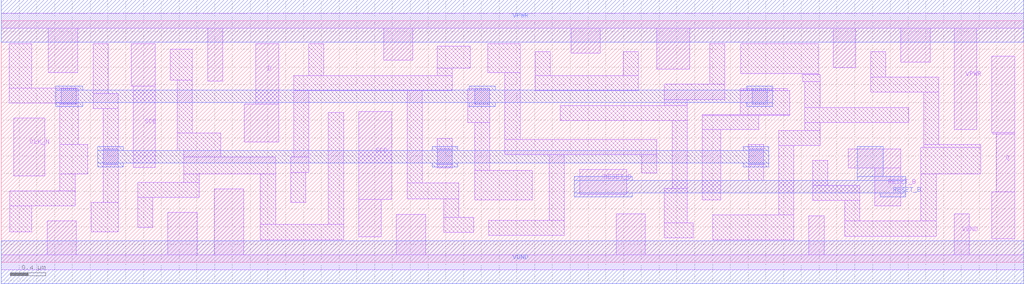
<source format=lef>
# Copyright 2020 The SkyWater PDK Authors
#
# Licensed under the Apache License, Version 2.0 (the "License");
# you may not use this file except in compliance with the License.
# You may obtain a copy of the License at
#
#     https://www.apache.org/licenses/LICENSE-2.0
#
# Unless required by applicable law or agreed to in writing, software
# distributed under the License is distributed on an "AS IS" BASIS,
# WITHOUT WARRANTIES OR CONDITIONS OF ANY KIND, either express or implied.
# See the License for the specific language governing permissions and
# limitations under the License.
#
# SPDX-License-Identifier: Apache-2.0

VERSION 5.5 ;
NAMESCASESENSITIVE ON ;
BUSBITCHARS "[]" ;
DIVIDERCHAR "/" ;
MACRO sky130_fd_sc_hd__sdfrtn_1
  CLASS CORE ;
  SOURCE USER ;
  ORIGIN  0.000000  0.000000 ;
  SIZE  11.50000 BY  2.720000 ;
  SYMMETRY X Y R90 ;
  SITE unithd ;
  PIN D
    ANTENNAGATEAREA  0.144000 ;
    DIRECTION INPUT ;
    USE SIGNAL ;
    PORT
      LAYER li1 ;
        RECT 2.735000 1.355000 3.120000 1.785000 ;
        RECT 2.865000 1.785000 3.120000 2.465000 ;
    END
  END D
  PIN Q
    ANTENNADIFFAREA  0.429000 ;
    DIRECTION OUTPUT ;
    USE SIGNAL ;
    PORT
      LAYER li1 ;
        RECT 11.140000 0.265000 11.400000 0.795000 ;
        RECT 11.140000 1.460000 11.400000 2.325000 ;
        RECT 11.150000 1.445000 11.400000 1.460000 ;
        RECT 11.190000 0.795000 11.400000 1.445000 ;
    END
  END Q
  PIN RESET_B
    ANTENNAGATEAREA  0.252000 ;
    DIRECTION INPUT ;
    USE SIGNAL ;
    PORT
      LAYER li1 ;
        RECT 6.505000 0.765000 7.035000 1.045000 ;
    END
    PORT
      LAYER li1 ;
        RECT 9.525000 1.065000 10.115000 1.275000 ;
        RECT 9.825000 0.635000 10.115000 1.065000 ;
    END
    PORT
      LAYER met1 ;
        RECT 6.445000 0.735000  7.095000 0.780000 ;
        RECT 6.445000 0.780000 10.175000 0.920000 ;
        RECT 6.445000 0.920000  7.095000 0.965000 ;
        RECT 9.630000 0.920000 10.175000 0.965000 ;
        RECT 9.630000 0.965000  9.920000 1.305000 ;
        RECT 9.885000 0.735000 10.175000 0.780000 ;
    END
  END RESET_B
  PIN SCD
    ANTENNAGATEAREA  0.156600 ;
    DIRECTION INPUT ;
    USE SIGNAL ;
    PORT
      LAYER li1 ;
        RECT 4.020000 0.285000 4.275000 0.710000 ;
        RECT 4.020000 0.710000 4.395000 1.700000 ;
    END
  END SCD
  PIN SCE
    ANTENNAGATEAREA  0.435000 ;
    DIRECTION INPUT ;
    USE SIGNAL ;
    PORT
      LAYER li1 ;
        RECT 1.465000 1.985000 1.730000 2.465000 ;
        RECT 1.485000 1.070000 1.730000 1.985000 ;
    END
  END SCE
  PIN CLK_N
    ANTENNAGATEAREA  0.247500 ;
    DIRECTION INPUT ;
    USE CLOCK ;
    PORT
      LAYER li1 ;
        RECT 0.140000 0.975000 0.490000 1.625000 ;
    END
  END CLK_N
  PIN VGND
    DIRECTION INOUT ;
    SHAPE ABUTMENT ;
    USE GROUND ;
    PORT
      LAYER li1 ;
        RECT  0.000000 -0.085000 11.500000 0.085000 ;
        RECT  0.515000  0.085000  0.845000 0.465000 ;
        RECT  1.875000  0.085000  2.205000 0.560000 ;
        RECT  2.395000  0.085000  2.725000 0.825000 ;
        RECT  4.445000  0.085000  4.775000 0.540000 ;
        RECT  6.915000  0.085000  7.245000 0.545000 ;
        RECT  9.085000  0.085000  9.255000 0.525000 ;
        RECT 10.720000  0.085000 10.890000 0.545000 ;
    END
    PORT
      LAYER met1 ;
        RECT 0.000000 -0.240000 11.500000 0.240000 ;
    END
  END VGND
  PIN VNB
    DIRECTION INOUT ;
    USE GROUND ;
    PORT
    END
  END VNB
  PIN VPB
    DIRECTION INOUT ;
    USE POWER ;
    PORT
    END
  END VPB
  PIN VPWR
    DIRECTION INOUT ;
    SHAPE ABUTMENT ;
    USE POWER ;
    PORT
      LAYER li1 ;
        RECT  0.000000 2.635000 11.500000 2.805000 ;
        RECT  0.530000 2.135000  0.860000 2.635000 ;
        RECT  2.320000 2.040000  2.490000 2.635000 ;
        RECT  4.300000 2.275000  4.630000 2.635000 ;
        RECT  6.410000 2.355000  6.740000 2.635000 ;
        RECT  7.375000 2.175000  7.745000 2.635000 ;
        RECT  9.360000 2.195000  9.610000 2.635000 ;
        RECT 10.120000 2.255000 10.450000 2.635000 ;
        RECT 10.720000 1.495000 10.970000 2.635000 ;
    END
    PORT
      LAYER met1 ;
        RECT 0.000000 2.480000 11.500000 2.960000 ;
    END
  END VPWR
  OBS
    LAYER li1 ;
      RECT  0.090000 1.795000  0.865000 1.965000 ;
      RECT  0.090000 1.965000  0.345000 2.465000 ;
      RECT  0.095000 0.345000  0.345000 0.635000 ;
      RECT  0.095000 0.635000  0.835000 0.805000 ;
      RECT  0.660000 0.805000  0.835000 0.995000 ;
      RECT  0.660000 0.995000  0.975000 1.325000 ;
      RECT  0.660000 1.325000  0.865000 1.795000 ;
      RECT  1.015000 0.345000  1.315000 0.675000 ;
      RECT  1.035000 1.730000  1.315000 1.900000 ;
      RECT  1.035000 1.900000  1.205000 2.465000 ;
      RECT  1.145000 0.675000  1.315000 1.730000 ;
      RECT  1.535000 0.395000  1.705000 0.730000 ;
      RECT  1.535000 0.730000  2.225000 0.900000 ;
      RECT  1.900000 2.055000  2.150000 2.400000 ;
      RECT  1.980000 1.260000  2.470000 1.455000 ;
      RECT  1.980000 1.455000  2.150000 2.055000 ;
      RECT  2.055000 0.900000  2.225000 0.995000 ;
      RECT  2.055000 0.995000  3.085000 1.185000 ;
      RECT  2.055000 1.185000  2.470000 1.260000 ;
      RECT  2.915000 0.255000  3.850000 0.425000 ;
      RECT  2.915000 0.425000  3.085000 0.995000 ;
      RECT  3.255000 0.675000  3.425000 1.015000 ;
      RECT  3.255000 1.015000  3.460000 1.185000 ;
      RECT  3.290000 1.185000  3.460000 1.935000 ;
      RECT  3.290000 1.935000  5.075000 2.105000 ;
      RECT  3.460000 2.105000  3.630000 2.465000 ;
      RECT  3.680000 0.425000  3.850000 1.685000 ;
      RECT  4.565000 0.715000  5.145000 0.895000 ;
      RECT  4.565000 0.895000  4.735000 1.935000 ;
      RECT  4.905000 1.065000  5.075000 1.395000 ;
      RECT  4.905000 2.105000  5.075000 2.185000 ;
      RECT  4.905000 2.185000  5.275000 2.435000 ;
      RECT  4.975000 0.335000  5.315000 0.505000 ;
      RECT  4.975000 0.505000  5.145000 0.715000 ;
      RECT  5.245000 1.575000  5.495000 1.955000 ;
      RECT  5.325000 0.705000  5.975000 1.035000 ;
      RECT  5.325000 1.035000  5.495000 1.575000 ;
      RECT  5.470000 2.135000  5.835000 2.465000 ;
      RECT  5.485000 0.305000  6.335000 0.475000 ;
      RECT  5.665000 1.215000  7.375000 1.385000 ;
      RECT  5.665000 1.385000  5.835000 2.135000 ;
      RECT  6.005000 1.935000  7.165000 2.105000 ;
      RECT  6.005000 2.105000  6.175000 2.375000 ;
      RECT  6.165000 0.475000  6.335000 1.215000 ;
      RECT  6.285000 1.595000  7.715000 1.765000 ;
      RECT  6.995000 2.105000  7.165000 2.375000 ;
      RECT  7.205000 1.005000  7.375000 1.215000 ;
      RECT  7.455000 0.275000  7.785000 0.445000 ;
      RECT  7.455000 0.445000  7.715000 0.835000 ;
      RECT  7.455000 1.765000  7.715000 1.835000 ;
      RECT  7.455000 1.835000  8.140000 2.005000 ;
      RECT  7.545000 0.835000  7.715000 1.595000 ;
      RECT  7.885000 0.705000  8.095000 1.495000 ;
      RECT  7.885000 1.495000  8.520000 1.655000 ;
      RECT  7.885000 1.655000  8.870000 1.665000 ;
      RECT  7.970000 2.005000  8.140000 2.465000 ;
      RECT  8.005000 0.255000  8.915000 0.535000 ;
      RECT  8.310000 1.665000  8.870000 1.935000 ;
      RECT  8.310000 1.935000  8.840000 1.955000 ;
      RECT  8.320000 2.125000  9.190000 2.465000 ;
      RECT  8.405000 0.920000  8.575000 1.325000 ;
      RECT  8.745000 0.535000  8.915000 1.315000 ;
      RECT  8.745000 1.315000  9.210000 1.485000 ;
      RECT  9.015000 2.035000  9.210000 2.115000 ;
      RECT  9.015000 2.115000  9.190000 2.125000 ;
      RECT  9.040000 1.485000  9.210000 1.575000 ;
      RECT  9.040000 1.575000 10.205000 1.745000 ;
      RECT  9.040000 1.745000  9.210000 2.035000 ;
      RECT  9.125000 0.695000  9.655000 0.865000 ;
      RECT  9.125000 0.865000  9.295000 1.145000 ;
      RECT  9.485000 0.295000 10.515000 0.465000 ;
      RECT  9.485000 0.465000  9.655000 0.695000 ;
      RECT  9.780000 1.915000 10.545000 2.085000 ;
      RECT  9.780000 2.085000  9.950000 2.375000 ;
      RECT 10.345000 0.465000 10.515000 0.995000 ;
      RECT 10.345000 0.995000 11.020000 1.295000 ;
      RECT 10.375000 1.295000 11.020000 1.325000 ;
      RECT 10.375000 1.325000 10.545000 1.915000 ;
    LAYER mcon ;
      RECT 0.675000 1.785000 0.845000 1.955000 ;
      RECT 1.145000 1.105000 1.315000 1.275000 ;
      RECT 4.905000 1.105000 5.075000 1.275000 ;
      RECT 5.325000 1.785000 5.495000 1.955000 ;
      RECT 8.405000 1.105000 8.575000 1.275000 ;
      RECT 8.445000 1.785000 8.615000 1.955000 ;
    LAYER met1 ;
      RECT 0.615000 1.755000 0.915000 1.800000 ;
      RECT 0.615000 1.800000 8.675000 1.940000 ;
      RECT 0.615000 1.940000 0.915000 1.985000 ;
      RECT 1.085000 1.075000 1.375000 1.120000 ;
      RECT 1.085000 1.120000 8.635000 1.260000 ;
      RECT 1.085000 1.260000 1.375000 1.305000 ;
      RECT 4.845000 1.075000 5.135000 1.120000 ;
      RECT 4.845000 1.260000 5.135000 1.305000 ;
      RECT 5.265000 1.755000 5.555000 1.800000 ;
      RECT 5.265000 1.940000 5.555000 1.985000 ;
      RECT 8.345000 1.075000 8.635000 1.120000 ;
      RECT 8.345000 1.260000 8.635000 1.305000 ;
      RECT 8.385000 1.755000 8.675000 1.800000 ;
      RECT 8.385000 1.940000 8.675000 1.985000 ;
  END
END sky130_fd_sc_hd__sdfrtn_1
END LIBRARY

</source>
